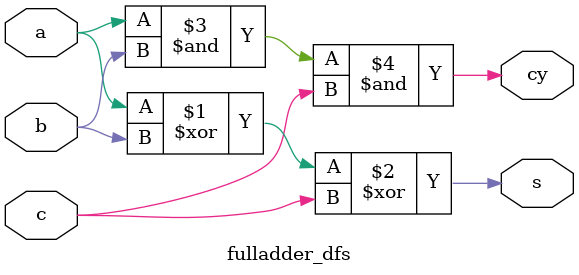
<source format=v>
`timescale 1ns / 1ps
module fulladder_dfs(input a,b,c,output s,cy);
assign s=(a^b)^c;
assign cy=(a & b &c);
endmodule

</source>
